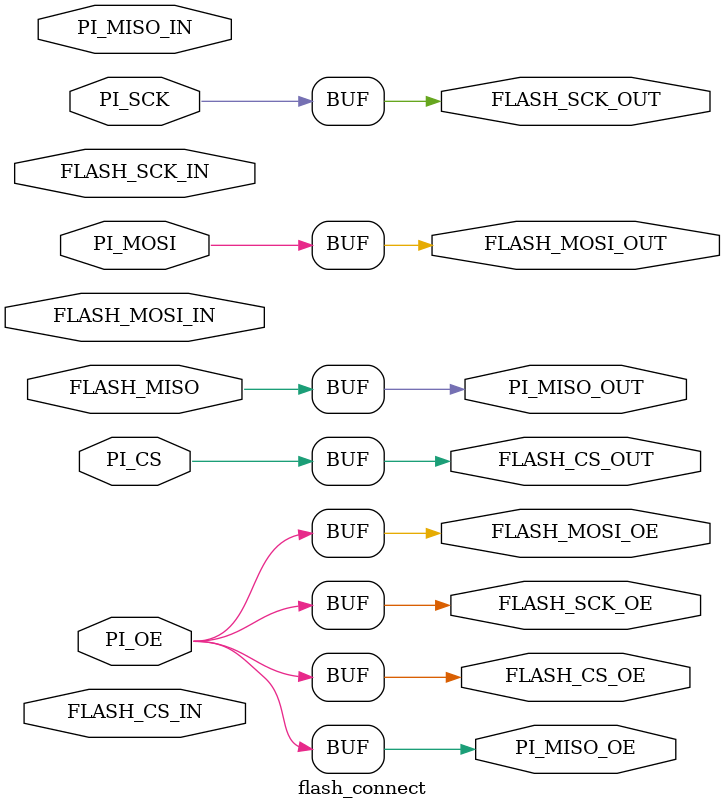
<source format=v>
module flash_connect(
    input PI_OE,
    input PI_CS,
    input PI_SCK,
    input PI_MOSI,
    input PI_MISO_IN,
    output PI_MISO_OUT,
    output PI_MISO_OE,
    input FLASH_CS_IN,
    output FLASH_CS_OUT,
    output FLASH_CS_OE,
    input FLASH_SCK_IN,
    output FLASH_SCK_OUT,
    output FLASH_SCK_OE,
    input FLASH_MOSI_IN,
    output FLASH_MOSI_OUT,
    output FLASH_MOSI_OE,
    input FLASH_MISO
);

assign FLASH_CS_OUT = PI_CS;
assign FLASH_SCK_OUT = PI_SCK;
assign FLASH_MOSI_OUT = PI_MOSI;
assign PI_MISO_OUT = FLASH_MISO;

assign FLASH_CS_OE = PI_OE;
assign FLASH_SCK_OE = PI_OE;
assign FLASH_MOSI_OE = PI_OE;
assign PI_MISO_OE = PI_OE;

endmodule

</source>
